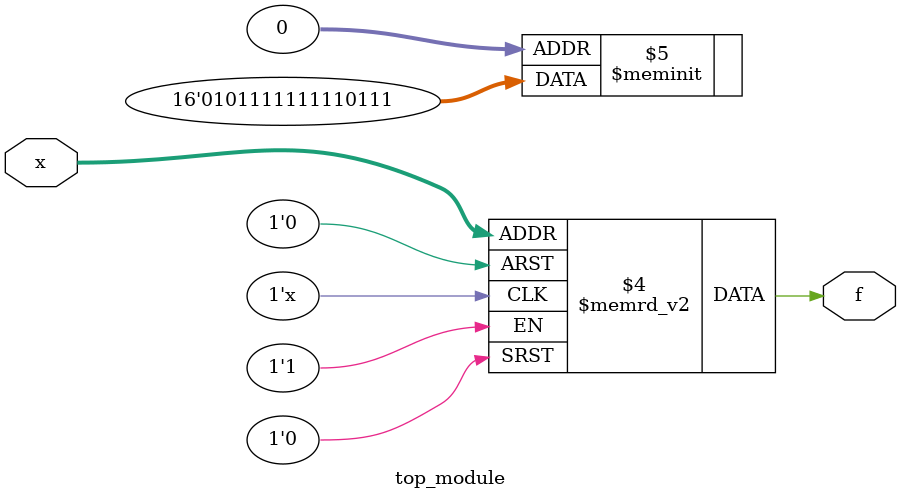
<source format=sv>
module top_module (
    input [4:1] x,
    output logic f
);

always_comb begin
    case ({x[4], x[3], x[2], x[1]})
        4'b0001: f = 1'b1;
        4'b0011: f = 1'b0;
        4'b0101: f = 1'b1;
        4'b0111: f = 1'b1;
        4'b1001: f = 1'b1;
        4'b1011: f = 1'b1;
        4'b1101: f = 1'b0;
        4'b1111: f = 1'b0;
        default: f = 1'b1; // Handling the don't-care (d) cases
    endcase
end

endmodule

</source>
